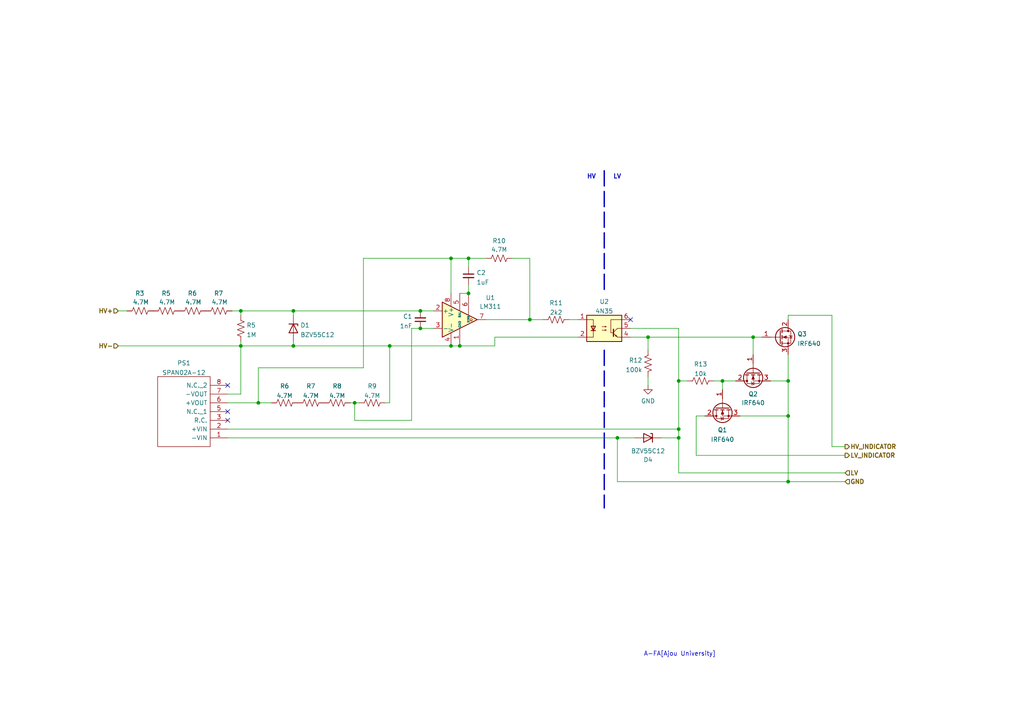
<source format=kicad_sch>
(kicad_sch (version 20211123) (generator eeschema)

  (uuid 9c0a216e-b7b7-4b4c-8538-f0ecdba0a1ef)

  (paper "A4")

  (lib_symbols
    (symbol "Comparator:LM311" (pin_names (offset 0.127)) (in_bom yes) (on_board yes)
      (property "Reference" "U" (id 0) (at 3.81 6.35 0)
        (effects (font (size 1.27 1.27)) (justify left))
      )
      (property "Value" "LM311" (id 1) (at 3.81 3.81 0)
        (effects (font (size 1.27 1.27)) (justify left))
      )
      (property "Footprint" "" (id 2) (at 0 0 0)
        (effects (font (size 1.27 1.27)) hide)
      )
      (property "Datasheet" "https://www.st.com/resource/en/datasheet/lm311.pdf" (id 3) (at 0 0 0)
        (effects (font (size 1.27 1.27)) hide)
      )
      (property "ki_keywords" "cmp open collector" (id 4) (at 0 0 0)
        (effects (font (size 1.27 1.27)) hide)
      )
      (property "ki_description" "Voltage Comparator, DIP-8/SOIC-8" (id 5) (at 0 0 0)
        (effects (font (size 1.27 1.27)) hide)
      )
      (property "ki_fp_filters" "SOIC*3.9x4.9mm*P1.27mm* DIP*W7.62mm*" (id 6) (at 0 0 0)
        (effects (font (size 1.27 1.27)) hide)
      )
      (symbol "LM311_0_1"
        (polyline
          (pts
            (xy 5.08 0)
            (xy -5.08 5.08)
            (xy -5.08 -5.08)
            (xy 5.08 0)
          )
          (stroke (width 0.254) (type default) (color 0 0 0 0))
          (fill (type background))
        )
        (polyline
          (pts
            (xy 3.683 -0.381)
            (xy 3.302 -0.381)
            (xy 3.683 0)
            (xy 3.302 0.381)
            (xy 2.921 0)
            (xy 3.302 -0.381)
            (xy 2.921 -0.381)
          )
          (stroke (width 0.127) (type default) (color 0 0 0 0))
          (fill (type none))
        )
      )
      (symbol "LM311_1_1"
        (pin passive line (at 0 -7.62 90) (length 5.08)
          (name "GND" (effects (font (size 0.635 0.635))))
          (number "1" (effects (font (size 1.27 1.27))))
        )
        (pin input line (at -7.62 2.54 0) (length 2.54)
          (name "+" (effects (font (size 1.27 1.27))))
          (number "2" (effects (font (size 1.27 1.27))))
        )
        (pin input line (at -7.62 -2.54 0) (length 2.54)
          (name "-" (effects (font (size 1.27 1.27))))
          (number "3" (effects (font (size 1.27 1.27))))
        )
        (pin power_in line (at -2.54 -7.62 90) (length 3.81)
          (name "V-" (effects (font (size 1.27 1.27))))
          (number "4" (effects (font (size 1.27 1.27))))
        )
        (pin input line (at 0 7.62 270) (length 5.08)
          (name "BAL" (effects (font (size 0.635 0.635))))
          (number "5" (effects (font (size 1.27 1.27))))
        )
        (pin input line (at 2.54 7.62 270) (length 6.35)
          (name "STRB" (effects (font (size 0.508 0.508))))
          (number "6" (effects (font (size 1.27 1.27))))
        )
        (pin open_collector line (at 7.62 0 180) (length 2.54)
          (name "~" (effects (font (size 1.27 1.27))))
          (number "7" (effects (font (size 1.27 1.27))))
        )
        (pin power_in line (at -2.54 7.62 270) (length 3.81)
          (name "V+" (effects (font (size 1.27 1.27))))
          (number "8" (effects (font (size 1.27 1.27))))
        )
      )
    )
    (symbol "Device:C_Small" (pin_numbers hide) (pin_names (offset 0.254) hide) (in_bom yes) (on_board yes)
      (property "Reference" "C" (id 0) (at 0.254 1.778 0)
        (effects (font (size 1.27 1.27)) (justify left))
      )
      (property "Value" "C_Small" (id 1) (at 0.254 -2.032 0)
        (effects (font (size 1.27 1.27)) (justify left))
      )
      (property "Footprint" "" (id 2) (at 0 0 0)
        (effects (font (size 1.27 1.27)) hide)
      )
      (property "Datasheet" "~" (id 3) (at 0 0 0)
        (effects (font (size 1.27 1.27)) hide)
      )
      (property "ki_keywords" "capacitor cap" (id 4) (at 0 0 0)
        (effects (font (size 1.27 1.27)) hide)
      )
      (property "ki_description" "Unpolarized capacitor, small symbol" (id 5) (at 0 0 0)
        (effects (font (size 1.27 1.27)) hide)
      )
      (property "ki_fp_filters" "C_*" (id 6) (at 0 0 0)
        (effects (font (size 1.27 1.27)) hide)
      )
      (symbol "C_Small_0_1"
        (polyline
          (pts
            (xy -1.524 -0.508)
            (xy 1.524 -0.508)
          )
          (stroke (width 0.3302) (type default) (color 0 0 0 0))
          (fill (type none))
        )
        (polyline
          (pts
            (xy -1.524 0.508)
            (xy 1.524 0.508)
          )
          (stroke (width 0.3048) (type default) (color 0 0 0 0))
          (fill (type none))
        )
      )
      (symbol "C_Small_1_1"
        (pin passive line (at 0 2.54 270) (length 2.032)
          (name "~" (effects (font (size 1.27 1.27))))
          (number "1" (effects (font (size 1.27 1.27))))
        )
        (pin passive line (at 0 -2.54 90) (length 2.032)
          (name "~" (effects (font (size 1.27 1.27))))
          (number "2" (effects (font (size 1.27 1.27))))
        )
      )
    )
    (symbol "Device:Q_NMOS_GDS" (pin_names (offset 0) hide) (in_bom yes) (on_board yes)
      (property "Reference" "Q" (id 0) (at 5.08 1.27 0)
        (effects (font (size 1.27 1.27)) (justify left))
      )
      (property "Value" "Q_NMOS_GDS" (id 1) (at 5.08 -1.27 0)
        (effects (font (size 1.27 1.27)) (justify left))
      )
      (property "Footprint" "" (id 2) (at 5.08 2.54 0)
        (effects (font (size 1.27 1.27)) hide)
      )
      (property "Datasheet" "~" (id 3) (at 0 0 0)
        (effects (font (size 1.27 1.27)) hide)
      )
      (property "ki_keywords" "transistor NMOS N-MOS N-MOSFET" (id 4) (at 0 0 0)
        (effects (font (size 1.27 1.27)) hide)
      )
      (property "ki_description" "N-MOSFET transistor, gate/drain/source" (id 5) (at 0 0 0)
        (effects (font (size 1.27 1.27)) hide)
      )
      (symbol "Q_NMOS_GDS_0_1"
        (polyline
          (pts
            (xy 0.254 0)
            (xy -2.54 0)
          )
          (stroke (width 0) (type default) (color 0 0 0 0))
          (fill (type none))
        )
        (polyline
          (pts
            (xy 0.254 1.905)
            (xy 0.254 -1.905)
          )
          (stroke (width 0.254) (type default) (color 0 0 0 0))
          (fill (type none))
        )
        (polyline
          (pts
            (xy 0.762 -1.27)
            (xy 0.762 -2.286)
          )
          (stroke (width 0.254) (type default) (color 0 0 0 0))
          (fill (type none))
        )
        (polyline
          (pts
            (xy 0.762 0.508)
            (xy 0.762 -0.508)
          )
          (stroke (width 0.254) (type default) (color 0 0 0 0))
          (fill (type none))
        )
        (polyline
          (pts
            (xy 0.762 2.286)
            (xy 0.762 1.27)
          )
          (stroke (width 0.254) (type default) (color 0 0 0 0))
          (fill (type none))
        )
        (polyline
          (pts
            (xy 2.54 2.54)
            (xy 2.54 1.778)
          )
          (stroke (width 0) (type default) (color 0 0 0 0))
          (fill (type none))
        )
        (polyline
          (pts
            (xy 2.54 -2.54)
            (xy 2.54 0)
            (xy 0.762 0)
          )
          (stroke (width 0) (type default) (color 0 0 0 0))
          (fill (type none))
        )
        (polyline
          (pts
            (xy 0.762 -1.778)
            (xy 3.302 -1.778)
            (xy 3.302 1.778)
            (xy 0.762 1.778)
          )
          (stroke (width 0) (type default) (color 0 0 0 0))
          (fill (type none))
        )
        (polyline
          (pts
            (xy 1.016 0)
            (xy 2.032 0.381)
            (xy 2.032 -0.381)
            (xy 1.016 0)
          )
          (stroke (width 0) (type default) (color 0 0 0 0))
          (fill (type outline))
        )
        (polyline
          (pts
            (xy 2.794 0.508)
            (xy 2.921 0.381)
            (xy 3.683 0.381)
            (xy 3.81 0.254)
          )
          (stroke (width 0) (type default) (color 0 0 0 0))
          (fill (type none))
        )
        (polyline
          (pts
            (xy 3.302 0.381)
            (xy 2.921 -0.254)
            (xy 3.683 -0.254)
            (xy 3.302 0.381)
          )
          (stroke (width 0) (type default) (color 0 0 0 0))
          (fill (type none))
        )
        (circle (center 1.651 0) (radius 2.794)
          (stroke (width 0.254) (type default) (color 0 0 0 0))
          (fill (type none))
        )
        (circle (center 2.54 -1.778) (radius 0.254)
          (stroke (width 0) (type default) (color 0 0 0 0))
          (fill (type outline))
        )
        (circle (center 2.54 1.778) (radius 0.254)
          (stroke (width 0) (type default) (color 0 0 0 0))
          (fill (type outline))
        )
      )
      (symbol "Q_NMOS_GDS_1_1"
        (pin input line (at -5.08 0 0) (length 2.54)
          (name "G" (effects (font (size 1.27 1.27))))
          (number "1" (effects (font (size 1.27 1.27))))
        )
        (pin passive line (at 2.54 5.08 270) (length 2.54)
          (name "D" (effects (font (size 1.27 1.27))))
          (number "2" (effects (font (size 1.27 1.27))))
        )
        (pin passive line (at 2.54 -5.08 90) (length 2.54)
          (name "S" (effects (font (size 1.27 1.27))))
          (number "3" (effects (font (size 1.27 1.27))))
        )
      )
    )
    (symbol "Device:R_US" (pin_numbers hide) (pin_names (offset 0)) (in_bom yes) (on_board yes)
      (property "Reference" "R" (id 0) (at 2.54 0 90)
        (effects (font (size 1.27 1.27)))
      )
      (property "Value" "R_US" (id 1) (at -2.54 0 90)
        (effects (font (size 1.27 1.27)))
      )
      (property "Footprint" "" (id 2) (at 1.016 -0.254 90)
        (effects (font (size 1.27 1.27)) hide)
      )
      (property "Datasheet" "~" (id 3) (at 0 0 0)
        (effects (font (size 1.27 1.27)) hide)
      )
      (property "ki_keywords" "R res resistor" (id 4) (at 0 0 0)
        (effects (font (size 1.27 1.27)) hide)
      )
      (property "ki_description" "Resistor, US symbol" (id 5) (at 0 0 0)
        (effects (font (size 1.27 1.27)) hide)
      )
      (property "ki_fp_filters" "R_*" (id 6) (at 0 0 0)
        (effects (font (size 1.27 1.27)) hide)
      )
      (symbol "R_US_0_1"
        (polyline
          (pts
            (xy 0 -2.286)
            (xy 0 -2.54)
          )
          (stroke (width 0) (type default) (color 0 0 0 0))
          (fill (type none))
        )
        (polyline
          (pts
            (xy 0 2.286)
            (xy 0 2.54)
          )
          (stroke (width 0) (type default) (color 0 0 0 0))
          (fill (type none))
        )
        (polyline
          (pts
            (xy 0 -0.762)
            (xy 1.016 -1.143)
            (xy 0 -1.524)
            (xy -1.016 -1.905)
            (xy 0 -2.286)
          )
          (stroke (width 0) (type default) (color 0 0 0 0))
          (fill (type none))
        )
        (polyline
          (pts
            (xy 0 0.762)
            (xy 1.016 0.381)
            (xy 0 0)
            (xy -1.016 -0.381)
            (xy 0 -0.762)
          )
          (stroke (width 0) (type default) (color 0 0 0 0))
          (fill (type none))
        )
        (polyline
          (pts
            (xy 0 2.286)
            (xy 1.016 1.905)
            (xy 0 1.524)
            (xy -1.016 1.143)
            (xy 0 0.762)
          )
          (stroke (width 0) (type default) (color 0 0 0 0))
          (fill (type none))
        )
      )
      (symbol "R_US_1_1"
        (pin passive line (at 0 3.81 270) (length 1.27)
          (name "~" (effects (font (size 1.27 1.27))))
          (number "1" (effects (font (size 1.27 1.27))))
        )
        (pin passive line (at 0 -3.81 90) (length 1.27)
          (name "~" (effects (font (size 1.27 1.27))))
          (number "2" (effects (font (size 1.27 1.27))))
        )
      )
    )
    (symbol "Diode:BZV55C12" (pin_numbers hide) (pin_names (offset 1.016) hide) (in_bom yes) (on_board yes)
      (property "Reference" "D" (id 0) (at 0 2.54 0)
        (effects (font (size 1.27 1.27)))
      )
      (property "Value" "BZV55C12" (id 1) (at 0 -2.54 0)
        (effects (font (size 1.27 1.27)))
      )
      (property "Footprint" "Diode_SMD:D_MiniMELF" (id 2) (at 0 -4.445 0)
        (effects (font (size 1.27 1.27)) hide)
      )
      (property "Datasheet" "https://assets.nexperia.com/documents/data-sheet/BZV55_SER.pdf" (id 3) (at 0 0 0)
        (effects (font (size 1.27 1.27)) hide)
      )
      (property "ki_keywords" "zener diode" (id 4) (at 0 0 0)
        (effects (font (size 1.27 1.27)) hide)
      )
      (property "ki_description" "12V, 500mW, 5%, Zener diode, MiniMELF" (id 5) (at 0 0 0)
        (effects (font (size 1.27 1.27)) hide)
      )
      (property "ki_fp_filters" "D*MiniMELF*" (id 6) (at 0 0 0)
        (effects (font (size 1.27 1.27)) hide)
      )
      (symbol "BZV55C12_0_1"
        (polyline
          (pts
            (xy 1.27 0)
            (xy -1.27 0)
          )
          (stroke (width 0) (type default) (color 0 0 0 0))
          (fill (type none))
        )
        (polyline
          (pts
            (xy -1.27 -1.27)
            (xy -1.27 1.27)
            (xy -0.762 1.27)
          )
          (stroke (width 0.254) (type default) (color 0 0 0 0))
          (fill (type none))
        )
        (polyline
          (pts
            (xy 1.27 -1.27)
            (xy 1.27 1.27)
            (xy -1.27 0)
            (xy 1.27 -1.27)
          )
          (stroke (width 0.254) (type default) (color 0 0 0 0))
          (fill (type none))
        )
      )
      (symbol "BZV55C12_1_1"
        (pin passive line (at -3.81 0 0) (length 2.54)
          (name "K" (effects (font (size 1.27 1.27))))
          (number "1" (effects (font (size 1.27 1.27))))
        )
        (pin passive line (at 3.81 0 180) (length 2.54)
          (name "A" (effects (font (size 1.27 1.27))))
          (number "2" (effects (font (size 1.27 1.27))))
        )
      )
    )
    (symbol "Isolator:4N35" (pin_names (offset 1.016)) (in_bom yes) (on_board yes)
      (property "Reference" "U" (id 0) (at -5.08 5.08 0)
        (effects (font (size 1.27 1.27)) (justify left))
      )
      (property "Value" "4N35" (id 1) (at 0 5.08 0)
        (effects (font (size 1.27 1.27)) (justify left))
      )
      (property "Footprint" "Package_DIP:DIP-6_W7.62mm" (id 2) (at -5.08 -5.08 0)
        (effects (font (size 1.27 1.27) italic) (justify left) hide)
      )
      (property "Datasheet" "https://www.vishay.com/docs/81181/4n35.pdf" (id 3) (at 0 0 0)
        (effects (font (size 1.27 1.27)) (justify left) hide)
      )
      (property "ki_keywords" "NPN DC Optocoupler Base Connected" (id 4) (at 0 0 0)
        (effects (font (size 1.27 1.27)) hide)
      )
      (property "ki_description" "Optocoupler, Phototransistor Output, with Base Connection, Vce 70V, CTR 100%, Viso 5000V, DIP6" (id 5) (at 0 0 0)
        (effects (font (size 1.27 1.27)) hide)
      )
      (property "ki_fp_filters" "DIP*W7.62mm*" (id 6) (at 0 0 0)
        (effects (font (size 1.27 1.27)) hide)
      )
      (symbol "4N35_0_1"
        (rectangle (start -5.08 3.81) (end 5.08 -3.81)
          (stroke (width 0.254) (type default) (color 0 0 0 0))
          (fill (type background))
        )
        (polyline
          (pts
            (xy -3.81 -0.635)
            (xy -2.54 -0.635)
          )
          (stroke (width 0.254) (type default) (color 0 0 0 0))
          (fill (type none))
        )
        (polyline
          (pts
            (xy 2.667 -1.397)
            (xy 3.81 -2.54)
          )
          (stroke (width 0) (type default) (color 0 0 0 0))
          (fill (type none))
        )
        (polyline
          (pts
            (xy 2.667 -1.143)
            (xy 3.81 0)
          )
          (stroke (width 0) (type default) (color 0 0 0 0))
          (fill (type none))
        )
        (polyline
          (pts
            (xy 3.81 -2.54)
            (xy 5.08 -2.54)
          )
          (stroke (width 0) (type default) (color 0 0 0 0))
          (fill (type none))
        )
        (polyline
          (pts
            (xy 3.81 0)
            (xy 5.08 0)
          )
          (stroke (width 0) (type default) (color 0 0 0 0))
          (fill (type none))
        )
        (polyline
          (pts
            (xy 2.667 -0.254)
            (xy 2.667 -2.286)
            (xy 2.667 -2.286)
          )
          (stroke (width 0.3556) (type default) (color 0 0 0 0))
          (fill (type none))
        )
        (polyline
          (pts
            (xy -5.08 -2.54)
            (xy -3.175 -2.54)
            (xy -3.175 2.54)
            (xy -5.08 2.54)
          )
          (stroke (width 0) (type default) (color 0 0 0 0))
          (fill (type none))
        )
        (polyline
          (pts
            (xy -3.175 -0.635)
            (xy -3.81 0.635)
            (xy -2.54 0.635)
            (xy -3.175 -0.635)
          )
          (stroke (width 0.254) (type default) (color 0 0 0 0))
          (fill (type none))
        )
        (polyline
          (pts
            (xy 3.683 -2.413)
            (xy 3.429 -1.905)
            (xy 3.175 -2.159)
            (xy 3.683 -2.413)
          )
          (stroke (width 0) (type default) (color 0 0 0 0))
          (fill (type none))
        )
        (polyline
          (pts
            (xy 5.08 2.54)
            (xy 1.905 2.54)
            (xy 1.905 -1.27)
            (xy 2.54 -1.27)
          )
          (stroke (width 0) (type default) (color 0 0 0 0))
          (fill (type none))
        )
        (polyline
          (pts
            (xy -0.635 -0.508)
            (xy 0.635 -0.508)
            (xy 0.254 -0.635)
            (xy 0.254 -0.381)
            (xy 0.635 -0.508)
          )
          (stroke (width 0) (type default) (color 0 0 0 0))
          (fill (type none))
        )
        (polyline
          (pts
            (xy -0.635 0.508)
            (xy 0.635 0.508)
            (xy 0.254 0.381)
            (xy 0.254 0.635)
            (xy 0.635 0.508)
          )
          (stroke (width 0) (type default) (color 0 0 0 0))
          (fill (type none))
        )
      )
      (symbol "4N35_1_1"
        (pin passive line (at -7.62 2.54 0) (length 2.54)
          (name "~" (effects (font (size 1.27 1.27))))
          (number "1" (effects (font (size 1.27 1.27))))
        )
        (pin passive line (at -7.62 -2.54 0) (length 2.54)
          (name "~" (effects (font (size 1.27 1.27))))
          (number "2" (effects (font (size 1.27 1.27))))
        )
        (pin no_connect line (at -5.08 0 0) (length 2.54) hide
          (name "NC" (effects (font (size 1.27 1.27))))
          (number "3" (effects (font (size 1.27 1.27))))
        )
        (pin passive line (at 7.62 -2.54 180) (length 2.54)
          (name "~" (effects (font (size 1.27 1.27))))
          (number "4" (effects (font (size 1.27 1.27))))
        )
        (pin passive line (at 7.62 0 180) (length 2.54)
          (name "~" (effects (font (size 1.27 1.27))))
          (number "5" (effects (font (size 1.27 1.27))))
        )
        (pin passive line (at 7.62 2.54 180) (length 2.54)
          (name "~" (effects (font (size 1.27 1.27))))
          (number "6" (effects (font (size 1.27 1.27))))
        )
      )
    )
    (symbol "SPAN02A-12:SPAN02A-12" (pin_names (offset 0.762)) (in_bom yes) (on_board yes)
      (property "Reference" "PS" (id 0) (at 21.59 7.62 0)
        (effects (font (size 1.27 1.27)) (justify left))
      )
      (property "Value" "SPAN02A-12" (id 1) (at 21.59 5.08 0)
        (effects (font (size 1.27 1.27)) (justify left))
      )
      (property "Footprint" "SPAN02A12" (id 2) (at 21.59 2.54 0)
        (effects (font (size 1.27 1.27)) (justify left) hide)
      )
      (property "Datasheet" "https://datasheet.datasheetarchive.com/originals/distributors/DKDS-2/37032.pdf" (id 3) (at 21.59 0 0)
        (effects (font (size 1.27 1.27)) (justify left) hide)
      )
      (property "Description" "Isolated DC/DC Converters 9-18Vin 12Vout 167mA SIP8 Reg Iso" (id 4) (at 21.59 -2.54 0)
        (effects (font (size 1.27 1.27)) (justify left) hide)
      )
      (property "Height" "11.6" (id 5) (at 21.59 -5.08 0)
        (effects (font (size 1.27 1.27)) (justify left) hide)
      )
      (property "Manufacturer_Name" "Mean Well" (id 6) (at 21.59 -7.62 0)
        (effects (font (size 1.27 1.27)) (justify left) hide)
      )
      (property "Manufacturer_Part_Number" "SPAN02A-12" (id 7) (at 21.59 -10.16 0)
        (effects (font (size 1.27 1.27)) (justify left) hide)
      )
      (property "Mouser Part Number" "709-SPAN02A-12" (id 8) (at 21.59 -12.7 0)
        (effects (font (size 1.27 1.27)) (justify left) hide)
      )
      (property "Mouser Price/Stock" "https://www.mouser.co.uk/ProductDetail/MEAN-WELL/SPAN02A-12?qs=5aG0NVq1C4wxQqKsG84AkQ%3D%3D" (id 9) (at 21.59 -15.24 0)
        (effects (font (size 1.27 1.27)) (justify left) hide)
      )
      (property "Arrow Part Number" "SPAN02A-12" (id 10) (at 21.59 -17.78 0)
        (effects (font (size 1.27 1.27)) (justify left) hide)
      )
      (property "Arrow Price/Stock" "https://www.arrow.com/en/products/span02a-12/mean-well-enterprises?region=nac" (id 11) (at 21.59 -20.32 0)
        (effects (font (size 1.27 1.27)) (justify left) hide)
      )
      (symbol "SPAN02A-12_0_0"
        (pin passive line (at 0 0 0) (length 5.08)
          (name "-VIN" (effects (font (size 1.27 1.27))))
          (number "1" (effects (font (size 1.27 1.27))))
        )
        (pin passive line (at 0 -2.54 0) (length 5.08)
          (name "+VIN" (effects (font (size 1.27 1.27))))
          (number "2" (effects (font (size 1.27 1.27))))
        )
        (pin passive line (at 0 -5.08 0) (length 5.08)
          (name "R.C." (effects (font (size 1.27 1.27))))
          (number "3" (effects (font (size 1.27 1.27))))
        )
        (pin passive line (at 0 -7.62 0) (length 5.08)
          (name "N.C._1" (effects (font (size 1.27 1.27))))
          (number "5" (effects (font (size 1.27 1.27))))
        )
        (pin passive line (at 0 -10.16 0) (length 5.08)
          (name "+VOUT" (effects (font (size 1.27 1.27))))
          (number "6" (effects (font (size 1.27 1.27))))
        )
        (pin passive line (at 0 -12.7 0) (length 5.08)
          (name "-VOUT" (effects (font (size 1.27 1.27))))
          (number "7" (effects (font (size 1.27 1.27))))
        )
        (pin passive line (at 0 -15.24 0) (length 5.08)
          (name "N.C._2" (effects (font (size 1.27 1.27))))
          (number "8" (effects (font (size 1.27 1.27))))
        )
      )
      (symbol "SPAN02A-12_0_1"
        (polyline
          (pts
            (xy 5.08 2.54)
            (xy 20.32 2.54)
            (xy 20.32 -17.78)
            (xy 5.08 -17.78)
            (xy 5.08 2.54)
          )
          (stroke (width 0.1524) (type default) (color 0 0 0 0))
          (fill (type none))
        )
      )
    )
    (symbol "power:GND" (power) (pin_names (offset 0)) (in_bom yes) (on_board yes)
      (property "Reference" "#PWR" (id 0) (at 0 -6.35 0)
        (effects (font (size 1.27 1.27)) hide)
      )
      (property "Value" "GND" (id 1) (at 0 -3.81 0)
        (effects (font (size 1.27 1.27)))
      )
      (property "Footprint" "" (id 2) (at 0 0 0)
        (effects (font (size 1.27 1.27)) hide)
      )
      (property "Datasheet" "" (id 3) (at 0 0 0)
        (effects (font (size 1.27 1.27)) hide)
      )
      (property "ki_keywords" "power-flag" (id 4) (at 0 0 0)
        (effects (font (size 1.27 1.27)) hide)
      )
      (property "ki_description" "Power symbol creates a global label with name \"GND\" , ground" (id 5) (at 0 0 0)
        (effects (font (size 1.27 1.27)) hide)
      )
      (symbol "GND_0_1"
        (polyline
          (pts
            (xy 0 0)
            (xy 0 -1.27)
            (xy 1.27 -1.27)
            (xy 0 -2.54)
            (xy -1.27 -1.27)
            (xy 0 -1.27)
          )
          (stroke (width 0) (type default) (color 0 0 0 0))
          (fill (type none))
        )
      )
      (symbol "GND_1_1"
        (pin power_in line (at 0 0 270) (length 0) hide
          (name "GND" (effects (font (size 1.27 1.27))))
          (number "1" (effects (font (size 1.27 1.27))))
        )
      )
    )
  )

  (junction (at 187.96 97.79) (diameter 0) (color 0 0 0 0)
    (uuid 0cca64ea-7764-4420-8ade-3f49b05eed60)
  )
  (junction (at 130.81 100.33) (diameter 0) (color 0 0 0 0)
    (uuid 19144c98-9dfb-4552-9f88-d3438a55707c)
  )
  (junction (at 228.6 139.7) (diameter 0) (color 0 0 0 0)
    (uuid 20898a3f-29cb-430e-9700-e4b5f781ac3e)
  )
  (junction (at 135.89 74.93) (diameter 0) (color 0 0 0 0)
    (uuid 26c3ae93-9cfd-4484-9eb6-40de3873e59d)
  )
  (junction (at 228.6 120.65) (diameter 0) (color 0 0 0 0)
    (uuid 2de0a23d-c7ed-452f-a24c-9d497d9f8de6)
  )
  (junction (at 196.85 110.49) (diameter 0) (color 0 0 0 0)
    (uuid 368c3d13-8507-468b-b28b-495e0f755452)
  )
  (junction (at 113.03 100.33) (diameter 0) (color 0 0 0 0)
    (uuid 3fae15be-1f21-4166-adfc-d5496dabe225)
  )
  (junction (at 85.09 90.17) (diameter 0) (color 0 0 0 0)
    (uuid 4ec283ab-5e0c-4129-81cc-50ed99cce79e)
  )
  (junction (at 121.92 90.17) (diameter 0) (color 0 0 0 0)
    (uuid 56088f9a-d12e-408d-ba8c-6e645d1a4de6)
  )
  (junction (at 130.81 74.93) (diameter 0) (color 0 0 0 0)
    (uuid 5ae59d2b-d856-4c42-8c5c-d2b1265f40a7)
  )
  (junction (at 196.85 127) (diameter 0) (color 0 0 0 0)
    (uuid 5c03fe51-35d6-42b8-8b2e-df7bed8ae0ce)
  )
  (junction (at 209.55 110.49) (diameter 0) (color 0 0 0 0)
    (uuid 61d25c3d-5141-464c-8a8d-9a365a333261)
  )
  (junction (at 102.87 116.84) (diameter 0) (color 0 0 0 0)
    (uuid 777ecd89-db51-4251-91fd-2d47ef19abcc)
  )
  (junction (at 85.09 100.33) (diameter 0) (color 0 0 0 0)
    (uuid 80230466-ebad-4af2-88ce-5f8c836b78ef)
  )
  (junction (at 153.67 92.71) (diameter 0) (color 0 0 0 0)
    (uuid 85111f49-b8d0-4474-84c5-90f922251963)
  )
  (junction (at 69.85 90.17) (diameter 0) (color 0 0 0 0)
    (uuid 89ae0485-a0d0-43a8-9644-4592688833d1)
  )
  (junction (at 69.85 100.33) (diameter 0) (color 0 0 0 0)
    (uuid 9b57f2d9-5ddb-44b3-967f-19c7fcaf1566)
  )
  (junction (at 196.85 124.46) (diameter 0) (color 0 0 0 0)
    (uuid b5507a56-da67-4884-829f-e7b2be67bbb7)
  )
  (junction (at 228.6 110.49) (diameter 0) (color 0 0 0 0)
    (uuid bb18ad61-61a2-4ce2-92c2-882e95daaed4)
  )
  (junction (at 218.44 97.79) (diameter 0) (color 0 0 0 0)
    (uuid c91caed6-201f-47cc-bcf8-f0835f590e0c)
  )
  (junction (at 179.07 127) (diameter 0) (color 0 0 0 0)
    (uuid c9a17612-9ca6-477f-992d-1e23f3ee69ce)
  )
  (junction (at 135.89 85.09) (diameter 0) (color 0 0 0 0)
    (uuid ca3a381b-9bf2-49b2-9d63-9fd2f74d0145)
  )
  (junction (at 133.35 100.33) (diameter 0) (color 0 0 0 0)
    (uuid d456db9b-e565-42bb-bf06-282a640277bc)
  )
  (junction (at 121.92 95.25) (diameter 0) (color 0 0 0 0)
    (uuid d64bcf76-080a-4a12-913b-ba692c44ed8b)
  )
  (junction (at 74.93 116.84) (diameter 0) (color 0 0 0 0)
    (uuid fc192673-fcba-420a-8ec0-b3648eea840d)
  )

  (no_connect (at 66.04 111.76) (uuid 05f1961a-8c43-4143-afa4-d33c40a2ec2f))
  (no_connect (at 66.04 119.38) (uuid 05f1961a-8c43-4143-afa4-d33c40a2ec30))
  (no_connect (at 182.88 92.71) (uuid 1276d6b4-b84b-4002-8f66-d134e936a593))
  (no_connect (at 66.04 121.92) (uuid a4815182-539f-4524-9c11-044ebc042156))

  (wire (pts (xy 143.51 97.79) (xy 143.51 100.33))
    (stroke (width 0) (type default) (color 0 0 0 0))
    (uuid 063b5975-b4d7-4118-a36d-79feaa507d68)
  )
  (wire (pts (xy 119.38 95.25) (xy 121.92 95.25))
    (stroke (width 0) (type default) (color 0 0 0 0))
    (uuid 09b086d7-19a1-4cc0-91ab-008742117d9a)
  )
  (wire (pts (xy 207.01 110.49) (xy 209.55 110.49))
    (stroke (width 0) (type default) (color 0 0 0 0))
    (uuid 0a616698-b988-4364-a930-2951e9bf3a22)
  )
  (wire (pts (xy 187.96 109.22) (xy 187.96 111.76))
    (stroke (width 0) (type default) (color 0 0 0 0))
    (uuid 0e1d56fe-7f12-431c-8b24-399f588cb500)
  )
  (wire (pts (xy 121.92 90.17) (xy 125.73 90.17))
    (stroke (width 0) (type default) (color 0 0 0 0))
    (uuid 0f27dfbb-4c20-43d5-b82b-5e21d6dc3119)
  )
  (wire (pts (xy 135.89 77.47) (xy 135.89 74.93))
    (stroke (width 0) (type default) (color 0 0 0 0))
    (uuid 10d0892b-00eb-4e42-8f6f-32e5eb66781d)
  )
  (wire (pts (xy 196.85 95.25) (xy 196.85 110.49))
    (stroke (width 0) (type default) (color 0 0 0 0))
    (uuid 11f31687-525f-4638-8089-711a445ca2ee)
  )
  (wire (pts (xy 119.38 121.92) (xy 119.38 95.25))
    (stroke (width 0) (type default) (color 0 0 0 0))
    (uuid 14997e64-163a-4cb2-83d0-c644fa840d8b)
  )
  (wire (pts (xy 228.6 139.7) (xy 245.11 139.7))
    (stroke (width 0) (type default) (color 0 0 0 0))
    (uuid 1592c9e3-f214-4725-a946-8a661845a2cf)
  )
  (wire (pts (xy 140.97 92.71) (xy 153.67 92.71))
    (stroke (width 0) (type default) (color 0 0 0 0))
    (uuid 193c148c-b4f8-4b36-9ac8-ff358fc86769)
  )
  (polyline (pts (xy 175.26 49.53) (xy 175.26 85.09))
    (stroke (width 0.4) (type default) (color 0 0 0 0))
    (uuid 1e4fd948-cf44-4def-a981-7442bcf5adbc)
  )

  (wire (pts (xy 228.6 91.44) (xy 241.3 91.44))
    (stroke (width 0) (type default) (color 0 0 0 0))
    (uuid 21fda5b6-05fa-442c-88b9-72fefe648b93)
  )
  (wire (pts (xy 111.76 116.84) (xy 113.03 116.84))
    (stroke (width 0) (type default) (color 0 0 0 0))
    (uuid 2353b746-d7fa-4869-b208-97f2c15ace6a)
  )
  (wire (pts (xy 69.85 90.17) (xy 85.09 90.17))
    (stroke (width 0) (type default) (color 0 0 0 0))
    (uuid 235e815c-607c-4fd9-bfcb-aec6aed1e77f)
  )
  (wire (pts (xy 34.29 90.17) (xy 36.83 90.17))
    (stroke (width 0) (type default) (color 0 0 0 0))
    (uuid 2712dc10-3fd3-4761-abf0-fb83b3bb647f)
  )
  (wire (pts (xy 214.63 120.65) (xy 228.6 120.65))
    (stroke (width 0) (type default) (color 0 0 0 0))
    (uuid 2a594ebf-0348-4cd2-9d7b-548cb14c9156)
  )
  (wire (pts (xy 74.93 116.84) (xy 78.74 116.84))
    (stroke (width 0) (type default) (color 0 0 0 0))
    (uuid 2abb098b-a6d2-44f7-8355-b308dd1af8d5)
  )
  (wire (pts (xy 66.04 124.46) (xy 196.85 124.46))
    (stroke (width 0) (type default) (color 0 0 0 0))
    (uuid 2af02a52-771f-4602-aa37-71b03d1c404f)
  )
  (wire (pts (xy 148.59 74.93) (xy 153.67 74.93))
    (stroke (width 0) (type default) (color 0 0 0 0))
    (uuid 2bf282dc-e768-4b6c-a936-d3bc59293f1a)
  )
  (wire (pts (xy 121.92 95.25) (xy 125.73 95.25))
    (stroke (width 0) (type default) (color 0 0 0 0))
    (uuid 2c5ee779-52e3-4332-9603-cd7a62437b57)
  )
  (wire (pts (xy 241.3 129.54) (xy 245.11 129.54))
    (stroke (width 0) (type default) (color 0 0 0 0))
    (uuid 3157d3f9-ed33-4117-b758-65b7f22f1a5c)
  )
  (wire (pts (xy 241.3 91.44) (xy 241.3 129.54))
    (stroke (width 0) (type default) (color 0 0 0 0))
    (uuid 320c645e-5349-4e0b-9f6f-acc288d0cb06)
  )
  (wire (pts (xy 187.96 97.79) (xy 218.44 97.79))
    (stroke (width 0) (type default) (color 0 0 0 0))
    (uuid 35863122-c94c-41a1-b588-406eee17e13d)
  )
  (wire (pts (xy 228.6 110.49) (xy 228.6 120.65))
    (stroke (width 0) (type default) (color 0 0 0 0))
    (uuid 38cf90d0-6a4d-40ca-859a-7abf55a9f622)
  )
  (wire (pts (xy 130.81 74.93) (xy 130.81 85.09))
    (stroke (width 0) (type default) (color 0 0 0 0))
    (uuid 3c7d7dd7-0316-48ba-8f76-500194970c28)
  )
  (wire (pts (xy 196.85 110.49) (xy 199.39 110.49))
    (stroke (width 0) (type default) (color 0 0 0 0))
    (uuid 41fd98e5-d40b-49da-ab92-1658228b0963)
  )
  (wire (pts (xy 74.93 106.68) (xy 105.41 106.68))
    (stroke (width 0) (type default) (color 0 0 0 0))
    (uuid 4496d7d7-765c-4ea0-8f23-33cfa2700b3f)
  )
  (wire (pts (xy 135.89 82.55) (xy 135.89 85.09))
    (stroke (width 0) (type default) (color 0 0 0 0))
    (uuid 49c23317-e1a3-4a6a-8c46-e996cc6aa8b2)
  )
  (wire (pts (xy 85.09 100.33) (xy 113.03 100.33))
    (stroke (width 0) (type default) (color 0 0 0 0))
    (uuid 49c8d840-80c2-427d-b8ee-e287ece677fc)
  )
  (wire (pts (xy 209.55 110.49) (xy 213.36 110.49))
    (stroke (width 0) (type default) (color 0 0 0 0))
    (uuid 4cadfef8-6f79-431f-af6c-076e774c8b10)
  )
  (wire (pts (xy 182.88 97.79) (xy 187.96 97.79))
    (stroke (width 0) (type default) (color 0 0 0 0))
    (uuid 50f1bc02-f0c3-4ccb-9836-be593fe3d77e)
  )
  (wire (pts (xy 113.03 100.33) (xy 130.81 100.33))
    (stroke (width 0) (type default) (color 0 0 0 0))
    (uuid 58bd84d8-2fc8-483c-96c8-9ce5ae8ae326)
  )
  (wire (pts (xy 85.09 99.06) (xy 85.09 100.33))
    (stroke (width 0) (type default) (color 0 0 0 0))
    (uuid 5b47965d-65ec-4209-9a47-57cb0da51e84)
  )
  (wire (pts (xy 196.85 127) (xy 196.85 137.16))
    (stroke (width 0) (type default) (color 0 0 0 0))
    (uuid 5c91ad03-78c4-44d4-85da-410b6b53f0d0)
  )
  (wire (pts (xy 196.85 137.16) (xy 245.11 137.16))
    (stroke (width 0) (type default) (color 0 0 0 0))
    (uuid 60fad2b6-288f-4ae9-b899-edfa92fbff77)
  )
  (wire (pts (xy 153.67 92.71) (xy 157.48 92.71))
    (stroke (width 0) (type default) (color 0 0 0 0))
    (uuid 61f0a1bf-4e2f-4976-ab86-cfd82cd8f85b)
  )
  (wire (pts (xy 165.1 92.71) (xy 167.64 92.71))
    (stroke (width 0) (type default) (color 0 0 0 0))
    (uuid 63c98e8a-7b94-4eec-b5d4-1c2cf1d74df2)
  )
  (wire (pts (xy 66.04 116.84) (xy 74.93 116.84))
    (stroke (width 0) (type default) (color 0 0 0 0))
    (uuid 65a1f0c3-9748-4ca0-a2eb-1fa126a3b1ae)
  )
  (wire (pts (xy 113.03 116.84) (xy 113.03 100.33))
    (stroke (width 0) (type default) (color 0 0 0 0))
    (uuid 66b5782b-9b03-4d88-90a8-f8f52caa010f)
  )
  (wire (pts (xy 102.87 121.92) (xy 119.38 121.92))
    (stroke (width 0) (type default) (color 0 0 0 0))
    (uuid 6bdcb7df-fe73-43db-81b1-fc97414d8328)
  )
  (wire (pts (xy 223.52 110.49) (xy 228.6 110.49))
    (stroke (width 0) (type default) (color 0 0 0 0))
    (uuid 6c48965b-ed2a-4af3-9542-388a1e9aa8c8)
  )
  (wire (pts (xy 85.09 90.17) (xy 121.92 90.17))
    (stroke (width 0) (type default) (color 0 0 0 0))
    (uuid 6f76ae66-775a-449c-9476-49cd005392e0)
  )
  (polyline (pts (xy 175.26 101.6) (xy 175.26 147.32))
    (stroke (width 0.4) (type dash) (color 0 0 0 0))
    (uuid 720b16cf-a1d4-47cb-994d-feeaf5ea6f79)
  )

  (wire (pts (xy 167.64 97.79) (xy 143.51 97.79))
    (stroke (width 0) (type default) (color 0 0 0 0))
    (uuid 7284a07d-0755-40e1-a6d3-98931eafa3ad)
  )
  (wire (pts (xy 191.77 127) (xy 196.85 127))
    (stroke (width 0) (type default) (color 0 0 0 0))
    (uuid 77bd9c4c-4376-4968-a4a4-7c2610c93489)
  )
  (wire (pts (xy 196.85 110.49) (xy 196.85 124.46))
    (stroke (width 0) (type default) (color 0 0 0 0))
    (uuid 796c89ad-8168-4432-8e45-8707485c293d)
  )
  (wire (pts (xy 135.89 74.93) (xy 140.97 74.93))
    (stroke (width 0) (type default) (color 0 0 0 0))
    (uuid 7e373f40-9454-4628-b6bb-6527766c3342)
  )
  (wire (pts (xy 143.51 100.33) (xy 133.35 100.33))
    (stroke (width 0) (type default) (color 0 0 0 0))
    (uuid 804e48ac-b351-4704-a0d9-e09caccaf3fc)
  )
  (wire (pts (xy 133.35 85.09) (xy 135.89 85.09))
    (stroke (width 0) (type default) (color 0 0 0 0))
    (uuid 8c59eb55-4e93-443b-a178-8d91dba59fee)
  )
  (wire (pts (xy 130.81 100.33) (xy 133.35 100.33))
    (stroke (width 0) (type default) (color 0 0 0 0))
    (uuid 8ce3ec4a-31be-4460-bf42-11326985e173)
  )
  (wire (pts (xy 34.29 100.33) (xy 69.85 100.33))
    (stroke (width 0) (type default) (color 0 0 0 0))
    (uuid 8cf01b32-c80b-4be6-8c10-25f86d33efc3)
  )
  (wire (pts (xy 182.88 95.25) (xy 196.85 95.25))
    (stroke (width 0) (type default) (color 0 0 0 0))
    (uuid 8e76bcf0-45a0-4703-a8ee-484c81725ca2)
  )
  (wire (pts (xy 69.85 100.33) (xy 85.09 100.33))
    (stroke (width 0) (type default) (color 0 0 0 0))
    (uuid 94f5a0ee-6b6f-4233-a519-88537460ed26)
  )
  (wire (pts (xy 228.6 92.71) (xy 228.6 91.44))
    (stroke (width 0) (type default) (color 0 0 0 0))
    (uuid 960271e5-d958-43b1-9fcc-ac335cdd389a)
  )
  (wire (pts (xy 66.04 114.3) (xy 69.85 114.3))
    (stroke (width 0) (type default) (color 0 0 0 0))
    (uuid 9b057acc-fbe3-4f92-8299-783da4c3a51c)
  )
  (wire (pts (xy 201.93 120.65) (xy 201.93 132.08))
    (stroke (width 0) (type default) (color 0 0 0 0))
    (uuid 9c249b71-a2d9-4c83-ad6c-f84520790f9e)
  )
  (wire (pts (xy 201.93 132.08) (xy 245.11 132.08))
    (stroke (width 0) (type default) (color 0 0 0 0))
    (uuid a427a0f1-0ef1-4398-bae6-51ba519b369d)
  )
  (wire (pts (xy 179.07 139.7) (xy 228.6 139.7))
    (stroke (width 0) (type default) (color 0 0 0 0))
    (uuid a758c25c-eee6-491a-9fde-38ce8dbeb010)
  )
  (wire (pts (xy 69.85 100.33) (xy 69.85 99.06))
    (stroke (width 0) (type default) (color 0 0 0 0))
    (uuid a87c8d02-5962-4b28-9533-a6237557ec24)
  )
  (wire (pts (xy 105.41 106.68) (xy 105.41 74.93))
    (stroke (width 0) (type default) (color 0 0 0 0))
    (uuid a8c0ae4d-a103-4ab1-9384-a7d0e8b7b17a)
  )
  (wire (pts (xy 228.6 120.65) (xy 228.6 139.7))
    (stroke (width 0) (type default) (color 0 0 0 0))
    (uuid accf65f6-0c78-458b-b8c1-5c77a9bcbb63)
  )
  (wire (pts (xy 67.31 90.17) (xy 69.85 90.17))
    (stroke (width 0) (type default) (color 0 0 0 0))
    (uuid b8fbebe1-324e-4028-9342-6a3fb7b67f97)
  )
  (wire (pts (xy 69.85 100.33) (xy 69.85 114.3))
    (stroke (width 0) (type default) (color 0 0 0 0))
    (uuid bd979a1b-85ea-4084-9a66-8e14fb907f0f)
  )
  (wire (pts (xy 102.87 116.84) (xy 102.87 121.92))
    (stroke (width 0) (type default) (color 0 0 0 0))
    (uuid be8912db-0e3c-4f72-b56a-143ee4e60877)
  )
  (wire (pts (xy 187.96 97.79) (xy 187.96 101.6))
    (stroke (width 0) (type default) (color 0 0 0 0))
    (uuid beed2765-65dc-4c21-99bb-216c865ed7c0)
  )
  (wire (pts (xy 74.93 116.84) (xy 74.93 106.68))
    (stroke (width 0) (type default) (color 0 0 0 0))
    (uuid c7e7a260-c50a-4e03-9bb4-e5c732b8e404)
  )
  (wire (pts (xy 135.89 74.93) (xy 130.81 74.93))
    (stroke (width 0) (type default) (color 0 0 0 0))
    (uuid cf6319fe-fa96-41f6-b19c-5f5d82e4f8e7)
  )
  (wire (pts (xy 218.44 97.79) (xy 218.44 102.87))
    (stroke (width 0) (type default) (color 0 0 0 0))
    (uuid d02947dd-23c8-46a9-811a-55b754d4e335)
  )
  (wire (pts (xy 153.67 74.93) (xy 153.67 92.71))
    (stroke (width 0) (type default) (color 0 0 0 0))
    (uuid d45e16e3-c49a-48f9-b570-d7bf9722c50b)
  )
  (wire (pts (xy 179.07 127) (xy 179.07 139.7))
    (stroke (width 0) (type default) (color 0 0 0 0))
    (uuid d7c66460-4b40-43ec-a071-f368b2ecf316)
  )
  (wire (pts (xy 179.07 127) (xy 184.15 127))
    (stroke (width 0) (type default) (color 0 0 0 0))
    (uuid db03c592-cb12-4481-945c-47638496d737)
  )
  (wire (pts (xy 101.6 116.84) (xy 102.87 116.84))
    (stroke (width 0) (type default) (color 0 0 0 0))
    (uuid de3b884e-c766-4ab6-83d9-ef197242548d)
  )
  (wire (pts (xy 85.09 90.17) (xy 85.09 91.44))
    (stroke (width 0) (type default) (color 0 0 0 0))
    (uuid e0151341-ad0a-4f62-94ab-90ee42521b9b)
  )
  (wire (pts (xy 204.47 120.65) (xy 201.93 120.65))
    (stroke (width 0) (type default) (color 0 0 0 0))
    (uuid e55fd9d0-a948-4200-a65a-025fa293ddf9)
  )
  (wire (pts (xy 69.85 90.17) (xy 69.85 91.44))
    (stroke (width 0) (type default) (color 0 0 0 0))
    (uuid e5c10965-4da5-4bac-b5b7-ccff0410159f)
  )
  (wire (pts (xy 66.04 127) (xy 179.07 127))
    (stroke (width 0) (type default) (color 0 0 0 0))
    (uuid e7ac7084-7e6c-41dd-ba87-d854360c204a)
  )
  (wire (pts (xy 196.85 124.46) (xy 196.85 127))
    (stroke (width 0) (type default) (color 0 0 0 0))
    (uuid e832b5d7-65af-4a20-9c23-4b4aaa071d52)
  )
  (wire (pts (xy 228.6 102.87) (xy 228.6 110.49))
    (stroke (width 0) (type default) (color 0 0 0 0))
    (uuid f5620641-0f28-4e08-ae59-0c5a105e2582)
  )
  (wire (pts (xy 102.87 116.84) (xy 104.14 116.84))
    (stroke (width 0) (type default) (color 0 0 0 0))
    (uuid f860c63e-3bb0-47fa-8121-1f820e0930d7)
  )
  (wire (pts (xy 209.55 110.49) (xy 209.55 113.03))
    (stroke (width 0) (type default) (color 0 0 0 0))
    (uuid fa8081e1-00cb-472e-94bd-e50258538d20)
  )
  (wire (pts (xy 105.41 74.93) (xy 130.81 74.93))
    (stroke (width 0) (type default) (color 0 0 0 0))
    (uuid fd31636c-ad97-44cf-9d50-6eb6bd2fbc85)
  )
  (wire (pts (xy 218.44 97.79) (xy 220.98 97.79))
    (stroke (width 0) (type default) (color 0 0 0 0))
    (uuid fe058b2d-cbc3-4fd6-b8ee-bab1096b7099)
  )

  (text "A-FA[Ajou University]" (at 186.69 190.5 0)
    (effects (font (size 1.27 1.27)) (justify left bottom))
    (uuid 3c3c90c5-afde-4331-ad0d-f16229df987f)
  )
  (text "LV" (at 177.8 52.07 0)
    (effects (font (size 1.27 1.27) bold) (justify left bottom))
    (uuid 7863f968-3b56-421a-bc0a-c77635e2a6f3)
  )
  (text "HV" (at 170.18 52.07 0)
    (effects (font (size 1.27 1.27) (thickness 0.254) bold) (justify left bottom))
    (uuid f96b076f-7987-4b3d-a706-b4acb6b6789b)
  )

  (hierarchical_label "LV" (shape input) (at 245.11 137.16 0)
    (effects (font (size 1.27 1.27) (thickness 0.254) bold) (justify left))
    (uuid 1db70392-8c2d-43f1-8f23-691c859b3aae)
  )
  (hierarchical_label "LV_INDICATOR" (shape output) (at 245.11 132.08 0)
    (effects (font (size 1.27 1.27) (thickness 0.254) bold) (justify left))
    (uuid 5a6d4cd9-7d79-492a-a8c4-e6bc9909e234)
  )
  (hierarchical_label "GND" (shape input) (at 245.11 139.7 0)
    (effects (font (size 1.27 1.27) (thickness 0.254) bold) (justify left))
    (uuid 672881e1-2b54-4a30-9393-e33161ab2c9b)
  )
  (hierarchical_label "HV+" (shape input) (at 34.29 90.17 180)
    (effects (font (size 1.27 1.27) (thickness 0.254) bold) (justify right))
    (uuid 70f55e9c-ab9a-4308-b813-2799571d6765)
  )
  (hierarchical_label "HV-" (shape input) (at 34.29 100.33 180)
    (effects (font (size 1.27 1.27) (thickness 0.254) bold) (justify right))
    (uuid eedd0759-ad28-418b-af3b-e6aacfd98d57)
  )
  (hierarchical_label "HV_INDICATOR" (shape output) (at 245.11 129.54 0)
    (effects (font (size 1.27 1.27) (thickness 0.254) bold) (justify left))
    (uuid f210a6b3-aa36-4010-8994-825b5b19d8a9)
  )

  (symbol (lib_id "Device:R_US") (at 97.79 116.84 90) (unit 1)
    (in_bom yes) (on_board yes) (fields_autoplaced)
    (uuid 00ae1a9e-2f97-43ca-b316-6b2e41593e6b)
    (property "Reference" "R12" (id 0) (at 97.79 111.9845 90))
    (property "Value" "4.7M" (id 1) (at 97.79 114.7596 90))
    (property "Footprint" "" (id 2) (at 98.044 115.824 90)
      (effects (font (size 1.27 1.27)) hide)
    )
    (property "Datasheet" "~" (id 3) (at 97.79 116.84 0)
      (effects (font (size 1.27 1.27)) hide)
    )
    (pin "1" (uuid 9fbacedc-be46-49dd-b81d-c72eda298c90))
    (pin "2" (uuid c6acde09-ca7b-43d4-83ab-1de269096dd1))
  )

  (symbol (lib_id "Device:R_US") (at 187.96 105.41 0) (mirror x) (unit 1)
    (in_bom yes) (on_board yes) (fields_autoplaced)
    (uuid 114453d5-50b7-4c05-aa5c-e37fb48b7563)
    (property "Reference" "R16" (id 0) (at 186.3091 104.5015 0)
      (effects (font (size 1.27 1.27)) (justify right))
    )
    (property "Value" "100k" (id 1) (at 186.3091 107.2766 0)
      (effects (font (size 1.27 1.27)) (justify right))
    )
    (property "Footprint" "" (id 2) (at 188.976 105.156 90)
      (effects (font (size 1.27 1.27)) hide)
    )
    (property "Datasheet" "~" (id 3) (at 187.96 105.41 0)
      (effects (font (size 1.27 1.27)) hide)
    )
    (pin "1" (uuid d0b2c959-d5c4-4a17-bed9-441389956f57))
    (pin "2" (uuid 1a5053a7-b6a4-4ff4-b9b8-bd138620417d))
  )

  (symbol (lib_id "Device:R_US") (at 161.29 92.71 90) (unit 1)
    (in_bom yes) (on_board yes) (fields_autoplaced)
    (uuid 12d5e892-52d3-4ced-8d56-4f952a5aa3ad)
    (property "Reference" "R15" (id 0) (at 161.29 87.8545 90))
    (property "Value" "2k2" (id 1) (at 161.29 90.6296 90))
    (property "Footprint" "" (id 2) (at 161.544 91.694 90)
      (effects (font (size 1.27 1.27)) hide)
    )
    (property "Datasheet" "~" (id 3) (at 161.29 92.71 0)
      (effects (font (size 1.27 1.27)) hide)
    )
    (pin "1" (uuid 32ca69ce-1152-405c-a796-61842be4ad85))
    (pin "2" (uuid 99161dd8-e02f-4725-98bc-77af5d641a4c))
  )

  (symbol (lib_id "Device:R_US") (at 90.17 116.84 90) (unit 1)
    (in_bom yes) (on_board yes) (fields_autoplaced)
    (uuid 2153744f-97a8-4378-b914-035af6b5b89f)
    (property "Reference" "R11" (id 0) (at 90.17 111.9845 90))
    (property "Value" "4.7M" (id 1) (at 90.17 114.7596 90))
    (property "Footprint" "" (id 2) (at 90.424 115.824 90)
      (effects (font (size 1.27 1.27)) hide)
    )
    (property "Datasheet" "~" (id 3) (at 90.17 116.84 0)
      (effects (font (size 1.27 1.27)) hide)
    )
    (pin "1" (uuid 5ec2d0d2-32b6-432e-b4a1-42beaa7e74af))
    (pin "2" (uuid 0b267d45-8b1e-4914-b4d5-19cc1b321058))
  )

  (symbol (lib_id "Device:Q_NMOS_GDS") (at 218.44 107.95 90) (mirror x) (unit 1)
    (in_bom yes) (on_board yes)
    (uuid 2443b21c-0487-4de7-a4a0-52c341614599)
    (property "Reference" "Q3" (id 0) (at 218.44 114.3 90))
    (property "Value" "IRF640" (id 1) (at 218.44 116.84 90))
    (property "Footprint" "" (id 2) (at 215.9 113.03 0)
      (effects (font (size 1.27 1.27)) hide)
    )
    (property "Datasheet" "~" (id 3) (at 218.44 107.95 0)
      (effects (font (size 1.27 1.27)) hide)
    )
    (pin "1" (uuid a1f57524-bc33-4431-8f0c-e948e295462c))
    (pin "2" (uuid cc352a08-ecb4-4235-a635-aba751dfdfd5))
    (pin "3" (uuid da62f87f-f640-4e66-b4de-3c709b5a45f3))
  )

  (symbol (lib_id "Device:C_Small") (at 135.89 80.01 0) (unit 1)
    (in_bom yes) (on_board yes) (fields_autoplaced)
    (uuid 2b570201-643b-42cc-864d-52f1952e71d9)
    (property "Reference" "C3" (id 0) (at 138.2141 79.1078 0)
      (effects (font (size 1.27 1.27)) (justify left))
    )
    (property "Value" "1uF" (id 1) (at 138.2141 81.8829 0)
      (effects (font (size 1.27 1.27)) (justify left))
    )
    (property "Footprint" "" (id 2) (at 135.89 80.01 0)
      (effects (font (size 1.27 1.27)) hide)
    )
    (property "Datasheet" "~" (id 3) (at 135.89 80.01 0)
      (effects (font (size 1.27 1.27)) hide)
    )
    (pin "1" (uuid 5e60ccf7-42d3-46c6-8396-05d33b7f1d6c))
    (pin "2" (uuid 4bae2103-dba2-494c-9964-6026342a6a5e))
  )

  (symbol (lib_id "Diode:BZV55C12") (at 85.09 95.25 270) (unit 1)
    (in_bom yes) (on_board yes) (fields_autoplaced)
    (uuid 32456ffe-a85e-4fff-b62c-2c1a65c4758f)
    (property "Reference" "D11" (id 0) (at 87.122 94.3415 90)
      (effects (font (size 1.27 1.27)) (justify left))
    )
    (property "Value" "BZV55C12" (id 1) (at 87.122 97.1166 90)
      (effects (font (size 1.27 1.27)) (justify left))
    )
    (property "Footprint" "Diode_SMD:D_MiniMELF" (id 2) (at 80.645 95.25 0)
      (effects (font (size 1.27 1.27)) hide)
    )
    (property "Datasheet" "https://assets.nexperia.com/documents/data-sheet/BZV55_SER.pdf" (id 3) (at 85.09 95.25 0)
      (effects (font (size 1.27 1.27)) hide)
    )
    (pin "1" (uuid 84d08006-e32f-4ef3-94ac-07f5010be94e))
    (pin "2" (uuid 8abbce1b-739c-48e4-b0d7-80268de588ac))
  )

  (symbol (lib_id "Diode:BZV55C12") (at 187.96 127 0) (mirror y) (unit 1)
    (in_bom yes) (on_board yes)
    (uuid 357d160a-6334-4cca-ad5d-21003c9fe314)
    (property "Reference" "D12" (id 0) (at 187.96 133.35 0))
    (property "Value" "BZV55C12" (id 1) (at 187.96 130.81 0))
    (property "Footprint" "Diode_SMD:D_MiniMELF" (id 2) (at 187.96 131.445 0)
      (effects (font (size 1.27 1.27)) hide)
    )
    (property "Datasheet" "https://assets.nexperia.com/documents/data-sheet/BZV55_SER.pdf" (id 3) (at 187.96 127 0)
      (effects (font (size 1.27 1.27)) hide)
    )
    (pin "1" (uuid 18cc1c25-770c-4d2d-8944-3fc3acd4d470))
    (pin "2" (uuid a0056fc9-d70c-4d7b-bcd2-c75a9a4b4e35))
  )

  (symbol (lib_id "power:GND") (at 187.96 111.76 0) (unit 1)
    (in_bom yes) (on_board yes) (fields_autoplaced)
    (uuid 3b7dca6e-81f9-4d62-9795-ad8e76031d7c)
    (property "Reference" "#PWR06" (id 0) (at 187.96 118.11 0)
      (effects (font (size 1.27 1.27)) hide)
    )
    (property "Value" "GND" (id 1) (at 187.96 116.3225 0))
    (property "Footprint" "" (id 2) (at 187.96 111.76 0)
      (effects (font (size 1.27 1.27)) hide)
    )
    (property "Datasheet" "" (id 3) (at 187.96 111.76 0)
      (effects (font (size 1.27 1.27)) hide)
    )
    (pin "1" (uuid 61cae616-9461-4fd6-9812-7ae997a1c807))
  )

  (symbol (lib_id "SPAN02A-12:SPAN02A-12") (at 66.04 127 180) (unit 1)
    (in_bom yes) (on_board yes) (fields_autoplaced)
    (uuid 4c18a907-ca0b-424b-85d0-506d67f17680)
    (property "Reference" "PS2" (id 0) (at 53.34 105.3043 0))
    (property "Value" "SPAN02A-12" (id 1) (at 53.34 108.0794 0))
    (property "Footprint" "SPAN02A12" (id 2) (at 44.45 129.54 0)
      (effects (font (size 1.27 1.27)) (justify left) hide)
    )
    (property "Datasheet" "https://datasheet.datasheetarchive.com/originals/distributors/DKDS-2/37032.pdf" (id 3) (at 44.45 127 0)
      (effects (font (size 1.27 1.27)) (justify left) hide)
    )
    (property "Description" "Isolated DC/DC Converters 9-18Vin 12Vout 167mA SIP8 Reg Iso" (id 4) (at 44.45 124.46 0)
      (effects (font (size 1.27 1.27)) (justify left) hide)
    )
    (property "Height" "11.6" (id 5) (at 44.45 121.92 0)
      (effects (font (size 1.27 1.27)) (justify left) hide)
    )
    (property "Manufacturer_Name" "Mean Well" (id 6) (at 44.45 119.38 0)
      (effects (font (size 1.27 1.27)) (justify left) hide)
    )
    (property "Manufacturer_Part_Number" "SPAN02A-12" (id 7) (at 44.45 116.84 0)
      (effects (font (size 1.27 1.27)) (justify left) hide)
    )
    (property "Mouser Part Number" "709-SPAN02A-12" (id 8) (at 44.45 114.3 0)
      (effects (font (size 1.27 1.27)) (justify left) hide)
    )
    (property "Mouser Price/Stock" "https://www.mouser.co.uk/ProductDetail/MEAN-WELL/SPAN02A-12?qs=5aG0NVq1C4wxQqKsG84AkQ%3D%3D" (id 9) (at 44.45 111.76 0)
      (effects (font (size 1.27 1.27)) (justify left) hide)
    )
    (property "Arrow Part Number" "SPAN02A-12" (id 10) (at 44.45 109.22 0)
      (effects (font (size 1.27 1.27)) (justify left) hide)
    )
    (property "Arrow Price/Stock" "https://www.arrow.com/en/products/span02a-12/mean-well-enterprises?region=nac" (id 11) (at 44.45 106.68 0)
      (effects (font (size 1.27 1.27)) (justify left) hide)
    )
    (pin "1" (uuid d53225e2-f81f-42e4-b200-97d4f02ce396))
    (pin "2" (uuid ede81bf9-8fd5-4bf5-9f64-80e3394f17dd))
    (pin "3" (uuid 3398bfb5-b4c6-49c8-aecb-d26024b5887f))
    (pin "5" (uuid edc14172-5389-4d55-8d35-1dea16526032))
    (pin "6" (uuid e0f616cd-a661-4255-9cca-300d4600b1c2))
    (pin "7" (uuid cee4d80f-41b5-41f0-b099-5b4f8c6e3010))
    (pin "8" (uuid 3a24c001-22f2-4d52-9a1f-d0a62ec668dd))
  )

  (symbol (lib_id "Device:R_US") (at 69.85 95.25 0) (unit 1)
    (in_bom yes) (on_board yes) (fields_autoplaced)
    (uuid 627ae01b-22b9-4d01-a050-ae20e9c5fb41)
    (property "Reference" "R9" (id 0) (at 71.501 94.3415 0)
      (effects (font (size 1.27 1.27)) (justify left))
    )
    (property "Value" "1M" (id 1) (at 71.501 97.1166 0)
      (effects (font (size 1.27 1.27)) (justify left))
    )
    (property "Footprint" "" (id 2) (at 70.866 95.504 90)
      (effects (font (size 1.27 1.27)) hide)
    )
    (property "Datasheet" "~" (id 3) (at 69.85 95.25 0)
      (effects (font (size 1.27 1.27)) hide)
    )
    (pin "1" (uuid 9c8e01a5-b1dd-4ef7-a7d2-386efad49fd8))
    (pin "2" (uuid f39292d7-8417-44ed-b4ce-5a707b827348))
  )

  (symbol (lib_id "Device:R_US") (at 63.5 90.17 90) (unit 1)
    (in_bom yes) (on_board yes)
    (uuid 6439e0f3-1c4a-4479-ae77-af392e6a3a53)
    (property "Reference" "R7" (id 0) (at 64.77 85.09 90)
      (effects (font (size 1.27 1.27)) (justify left))
    )
    (property "Value" "4.7M" (id 1) (at 66.04 87.63 90)
      (effects (font (size 1.27 1.27)) (justify left))
    )
    (property "Footprint" "" (id 2) (at 63.754 89.154 90)
      (effects (font (size 1.27 1.27)) hide)
    )
    (property "Datasheet" "~" (id 3) (at 63.5 90.17 0)
      (effects (font (size 1.27 1.27)) hide)
    )
    (pin "1" (uuid c6b240f7-ab96-4ef7-afe7-3deb4f0c3415))
    (pin "2" (uuid 3abcf493-9f5c-46f7-a7fd-3b6e8b44e95e))
  )

  (symbol (lib_id "Device:R_US") (at 40.64 90.17 90) (unit 1)
    (in_bom yes) (on_board yes)
    (uuid 69e67843-577e-490a-9168-de6395434b4c)
    (property "Reference" "R3" (id 0) (at 41.91 85.09 90)
      (effects (font (size 1.27 1.27)) (justify left))
    )
    (property "Value" "4.7M" (id 1) (at 43.18 87.63 90)
      (effects (font (size 1.27 1.27)) (justify left))
    )
    (property "Footprint" "" (id 2) (at 40.894 89.154 90)
      (effects (font (size 1.27 1.27)) hide)
    )
    (property "Datasheet" "~" (id 3) (at 40.64 90.17 0)
      (effects (font (size 1.27 1.27)) hide)
    )
    (pin "1" (uuid 021f52c2-215b-4bc5-a925-6b29055a9d5c))
    (pin "2" (uuid fc860872-4960-4908-a91e-2e2cb10106f1))
  )

  (symbol (lib_id "Comparator:LM311") (at 133.35 92.71 0) (unit 1)
    (in_bom yes) (on_board yes)
    (uuid 78d448a7-f408-4feb-a368-7f291661cc81)
    (property "Reference" "U5" (id 0) (at 142.24 86.36 0))
    (property "Value" "LM311" (id 1) (at 142.24 88.9 0))
    (property "Footprint" "" (id 2) (at 133.35 92.71 0)
      (effects (font (size 1.27 1.27)) hide)
    )
    (property "Datasheet" "https://www.st.com/resource/en/datasheet/lm311.pdf" (id 3) (at 133.35 92.71 0)
      (effects (font (size 1.27 1.27)) hide)
    )
    (pin "1" (uuid b9512bed-c027-46d9-b8bb-21390f0f9e1e))
    (pin "2" (uuid 1efa8017-4e57-427d-9d6a-f6448f5a04c2))
    (pin "3" (uuid 27e53248-3687-4e53-93e8-675f8409c3e2))
    (pin "4" (uuid d6af3326-bf9d-472f-bf45-0bddc52699a0))
    (pin "5" (uuid d2e177fa-262d-4383-9110-8d22f54eba76))
    (pin "6" (uuid 1aa00460-ebd7-4666-8389-f1265b8fb829))
    (pin "7" (uuid ec84c366-fbba-473f-89b7-13a2bdd063df))
    (pin "8" (uuid ba7e0406-5ecc-48cf-9ba5-4420ca3818d3))
  )

  (symbol (lib_id "Device:R_US") (at 48.26 90.17 90) (unit 1)
    (in_bom yes) (on_board yes)
    (uuid 802431a3-c8cd-456c-95b6-088f47217351)
    (property "Reference" "R5" (id 0) (at 49.53 85.09 90)
      (effects (font (size 1.27 1.27)) (justify left))
    )
    (property "Value" "4.7M" (id 1) (at 50.8 87.63 90)
      (effects (font (size 1.27 1.27)) (justify left))
    )
    (property "Footprint" "" (id 2) (at 48.514 89.154 90)
      (effects (font (size 1.27 1.27)) hide)
    )
    (property "Datasheet" "~" (id 3) (at 48.26 90.17 0)
      (effects (font (size 1.27 1.27)) hide)
    )
    (pin "1" (uuid ffe37efe-8fd3-400a-adc6-e73fb3f819f0))
    (pin "2" (uuid fc69f503-39fe-4236-b43d-798f3a065690))
  )

  (symbol (lib_id "Device:R_US") (at 55.88 90.17 90) (unit 1)
    (in_bom yes) (on_board yes)
    (uuid 812c62f4-3803-4c2f-abf7-82cf3cf792fa)
    (property "Reference" "R6" (id 0) (at 57.15 85.09 90)
      (effects (font (size 1.27 1.27)) (justify left))
    )
    (property "Value" "4.7M" (id 1) (at 58.42 87.63 90)
      (effects (font (size 1.27 1.27)) (justify left))
    )
    (property "Footprint" "" (id 2) (at 56.134 89.154 90)
      (effects (font (size 1.27 1.27)) hide)
    )
    (property "Datasheet" "~" (id 3) (at 55.88 90.17 0)
      (effects (font (size 1.27 1.27)) hide)
    )
    (pin "1" (uuid 5d9e2e88-0a92-47a6-9c94-9847569170ae))
    (pin "2" (uuid 82512c41-b5e6-4460-ae21-7cfb26daefac))
  )

  (symbol (lib_id "Isolator:4N35") (at 175.26 95.25 0) (unit 1)
    (in_bom yes) (on_board yes) (fields_autoplaced)
    (uuid a9449f30-b4d5-4530-bcaa-4ad6e9636f4b)
    (property "Reference" "U6" (id 0) (at 175.26 87.4735 0))
    (property "Value" "4N35" (id 1) (at 175.26 90.2486 0))
    (property "Footprint" "Package_DIP:DIP-6_W7.62mm" (id 2) (at 170.18 100.33 0)
      (effects (font (size 1.27 1.27) italic) (justify left) hide)
    )
    (property "Datasheet" "https://www.vishay.com/docs/81181/4n35.pdf" (id 3) (at 175.26 95.25 0)
      (effects (font (size 1.27 1.27)) (justify left) hide)
    )
    (pin "1" (uuid 892bbd4c-d0bc-4049-8c62-a8d3842a63d2))
    (pin "2" (uuid ecfa9ff7-8da4-4e88-9900-f8efd4be6ca3))
    (pin "3" (uuid 0778a0df-283a-4e71-89e3-161191c9a75e))
    (pin "4" (uuid a27a10fe-2217-4598-bd25-cadedf6a14b1))
    (pin "5" (uuid 328b4d14-a3e3-45b1-b9d7-8b4def028ed9))
    (pin "6" (uuid d93722d2-b9bc-43cc-af3b-529370d98488))
  )

  (symbol (lib_id "Device:R_US") (at 203.2 110.49 90) (unit 1)
    (in_bom yes) (on_board yes) (fields_autoplaced)
    (uuid af32797f-0c7f-495b-8c87-ce44114a5e15)
    (property "Reference" "R17" (id 0) (at 203.2 105.6345 90))
    (property "Value" "10k" (id 1) (at 203.2 108.4096 90))
    (property "Footprint" "" (id 2) (at 203.454 109.474 90)
      (effects (font (size 1.27 1.27)) hide)
    )
    (property "Datasheet" "~" (id 3) (at 203.2 110.49 0)
      (effects (font (size 1.27 1.27)) hide)
    )
    (pin "1" (uuid 689fa684-48b9-4d40-80a5-6a4dabb93d72))
    (pin "2" (uuid f56c7f49-9435-4bc5-9624-fa47c78b29b5))
  )

  (symbol (lib_id "Device:R_US") (at 107.95 116.84 90) (unit 1)
    (in_bom yes) (on_board yes) (fields_autoplaced)
    (uuid bcaacd9a-4985-4e2e-b89c-d0cc2a19ba63)
    (property "Reference" "R13" (id 0) (at 107.95 111.9845 90))
    (property "Value" "4.7M" (id 1) (at 107.95 114.7596 90))
    (property "Footprint" "" (id 2) (at 108.204 115.824 90)
      (effects (font (size 1.27 1.27)) hide)
    )
    (property "Datasheet" "~" (id 3) (at 107.95 116.84 0)
      (effects (font (size 1.27 1.27)) hide)
    )
    (pin "1" (uuid e9345776-bb92-4def-a8f2-e88426a71b3f))
    (pin "2" (uuid dd63a2a5-a61a-4760-bf15-c12340b660ef))
  )

  (symbol (lib_id "Device:C_Small") (at 121.92 92.71 0) (mirror x) (unit 1)
    (in_bom yes) (on_board yes) (fields_autoplaced)
    (uuid c7abf8d5-2813-48d5-9068-b2e612298dee)
    (property "Reference" "C2" (id 0) (at 119.596 91.7951 0)
      (effects (font (size 1.27 1.27)) (justify right))
    )
    (property "Value" "1nF" (id 1) (at 119.596 94.5702 0)
      (effects (font (size 1.27 1.27)) (justify right))
    )
    (property "Footprint" "" (id 2) (at 121.92 92.71 0)
      (effects (font (size 1.27 1.27)) hide)
    )
    (property "Datasheet" "~" (id 3) (at 121.92 92.71 0)
      (effects (font (size 1.27 1.27)) hide)
    )
    (pin "1" (uuid c33cbfd4-510d-4ae0-806c-3d2d300cd984))
    (pin "2" (uuid fb177d28-2d1e-4279-92d5-a6e899218a72))
  )

  (symbol (lib_id "Device:R_US") (at 144.78 74.93 90) (unit 1)
    (in_bom yes) (on_board yes)
    (uuid c9a0ba79-56d6-4040-8281-db338d2f9a49)
    (property "Reference" "R14" (id 0) (at 144.78 69.85 90))
    (property "Value" "10k" (id 1) (at 144.78 72.39 90))
    (property "Footprint" "" (id 2) (at 145.034 73.914 90)
      (effects (font (size 1.27 1.27)) hide)
    )
    (property "Datasheet" "~" (id 3) (at 144.78 74.93 0)
      (effects (font (size 1.27 1.27)) hide)
    )
    (pin "1" (uuid ab45da5a-7864-47b0-b00b-38121fad767a))
    (pin "2" (uuid 6d11f24d-c4b5-489f-98eb-8ae83c97f9b0))
  )

  (symbol (lib_id "Device:R_US") (at 82.55 116.84 90) (unit 1)
    (in_bom yes) (on_board yes) (fields_autoplaced)
    (uuid e3c80c9f-faa3-44eb-b221-6a4a510d2f29)
    (property "Reference" "R10" (id 0) (at 82.55 111.9845 90))
    (property "Value" "4.7M" (id 1) (at 82.55 114.7596 90))
    (property "Footprint" "" (id 2) (at 82.804 115.824 90)
      (effects (font (size 1.27 1.27)) hide)
    )
    (property "Datasheet" "~" (id 3) (at 82.55 116.84 0)
      (effects (font (size 1.27 1.27)) hide)
    )
    (pin "1" (uuid c44171c6-408b-4e9e-a1da-3f5a5fe014f3))
    (pin "2" (uuid fc174fd6-7c1f-4baf-8e0e-eeab8e931034))
  )

  (symbol (lib_id "Device:Q_NMOS_GDS") (at 226.06 97.79 0) (unit 1)
    (in_bom yes) (on_board yes) (fields_autoplaced)
    (uuid f2d5dfc2-ca42-4f68-b98e-eb7fa21e968b)
    (property "Reference" "Q4" (id 0) (at 231.267 96.8815 0)
      (effects (font (size 1.27 1.27)) (justify left))
    )
    (property "Value" "IRF640" (id 1) (at 231.267 99.6566 0)
      (effects (font (size 1.27 1.27)) (justify left))
    )
    (property "Footprint" "" (id 2) (at 231.14 95.25 0)
      (effects (font (size 1.27 1.27)) hide)
    )
    (property "Datasheet" "~" (id 3) (at 226.06 97.79 0)
      (effects (font (size 1.27 1.27)) hide)
    )
    (pin "1" (uuid e45907be-67ce-4e66-bd7b-a62971fbd1bf))
    (pin "2" (uuid 9d615d85-de48-4c4e-8c54-640441baf2bc))
    (pin "3" (uuid 357479cd-ef34-442b-8d92-a43e3d3ff06c))
  )

  (symbol (lib_id "Device:Q_NMOS_GDS") (at 209.55 118.11 90) (mirror x) (unit 1)
    (in_bom yes) (on_board yes) (fields_autoplaced)
    (uuid f5827d0f-dc2d-4bec-bdc8-6c3814a586fc)
    (property "Reference" "Q2" (id 0) (at 209.55 124.7045 90))
    (property "Value" "IRF640" (id 1) (at 209.55 127.4796 90))
    (property "Footprint" "" (id 2) (at 207.01 123.19 0)
      (effects (font (size 1.27 1.27)) hide)
    )
    (property "Datasheet" "~" (id 3) (at 209.55 118.11 0)
      (effects (font (size 1.27 1.27)) hide)
    )
    (pin "1" (uuid 96fcbb77-280a-41a6-bee6-a3d43f6c3111))
    (pin "2" (uuid 2820b667-a37a-4890-bd43-066d9a8697fb))
    (pin "3" (uuid fcb384ba-0aea-4373-b0ac-b2fe79899105))
  )

  (sheet_instances
    (path "/" (page "1"))
  )

  (symbol_instances
    (path "/3b7dca6e-81f9-4d62-9795-ad8e76031d7c"
      (reference "#PWR?") (unit 1) (value "GND") (footprint "")
    )
    (path "/9b840473-f20a-4994-b303-02a24321bcd3"
      (reference "#PWR?") (unit 1) (value "GND") (footprint "")
    )
    (path "/e2fb92ca-7345-4e33-ba5a-3109e6b08976"
      (reference "#PWR?") (unit 1) (value "GND") (footprint "")
    )
    (path "/c7abf8d5-2813-48d5-9068-b2e612298dee"
      (reference "C1") (unit 1) (value "1nF") (footprint "")
    )
    (path "/2b570201-643b-42cc-864d-52f1952e71d9"
      (reference "C2") (unit 1) (value "1uF") (footprint "")
    )
    (path "/8e71e250-b518-49be-83ae-6b15b06fbd84"
      (reference "C3") (unit 1) (value "2.2uF") (footprint "")
    )
    (path "/32456ffe-a85e-4fff-b62c-2c1a65c4758f"
      (reference "D1") (unit 1) (value "BZV55C12") (footprint "Diode_SMD:D_MiniMELF")
    )
    (path "/18386cb2-170a-4970-a7d0-a96a71e113bd"
      (reference "D2") (unit 1) (value "1N4758A") (footprint "Diode_THT:D_DO-41_SOD81_P10.16mm_Horizontal")
    )
    (path "/50e6cc2e-ebc3-4e60-97f0-9519be22c6f0"
      (reference "D3") (unit 1) (value "LED") (footprint "")
    )
    (path "/357d160a-6334-4cca-ad5d-21003c9fe314"
      (reference "D4") (unit 1) (value "BZV55C12") (footprint "Diode_SMD:D_MiniMELF")
    )
    (path "/4c18a907-ca0b-424b-85d0-506d67f17680"
      (reference "PS1") (unit 1) (value "SPAN02A-12") (footprint "SPAN02A12")
    )
    (path "/f5827d0f-dc2d-4bec-bdc8-6c3814a586fc"
      (reference "Q1") (unit 1) (value "IRF640") (footprint "")
    )
    (path "/2443b21c-0487-4de7-a4a0-52c341614599"
      (reference "Q2") (unit 1) (value "IRF640") (footprint "")
    )
    (path "/f2d5dfc2-ca42-4f68-b98e-eb7fa21e968b"
      (reference "Q3") (unit 1) (value "IRF640") (footprint "")
    )
    (path "/f90a1840-8156-4527-92b4-a3c03180525d"
      (reference "R1") (unit 1) (value "4.7M") (footprint "")
    )
    (path "/95476a36-78a3-47a7-8671-dda451eea158"
      (reference "R2") (unit 1) (value "4.7M") (footprint "")
    )
    (path "/5b695b0b-89eb-415a-8a63-b3fc83206e00"
      (reference "R3") (unit 1) (value "4.7M") (footprint "")
    )
    (path "/38541585-663b-40c5-92ae-86b487bed3b9"
      (reference "R4") (unit 1) (value "4.7M") (footprint "")
    )
    (path "/627ae01b-22b9-4d01-a050-ae20e9c5fb41"
      (reference "R5") (unit 1) (value "1M") (footprint "")
    )
    (path "/e3c80c9f-faa3-44eb-b221-6a4a510d2f29"
      (reference "R6") (unit 1) (value "4.7M") (footprint "")
    )
    (path "/2153744f-97a8-4378-b914-035af6b5b89f"
      (reference "R7") (unit 1) (value "4.7M") (footprint "")
    )
    (path "/00ae1a9e-2f97-43ca-b316-6b2e41593e6b"
      (reference "R8") (unit 1) (value "4.7M") (footprint "")
    )
    (path "/bcaacd9a-4985-4e2e-b89c-d0cc2a19ba63"
      (reference "R9") (unit 1) (value "4.7M") (footprint "")
    )
    (path "/c9a0ba79-56d6-4040-8281-db338d2f9a49"
      (reference "R10") (unit 1) (value "4.7M") (footprint "")
    )
    (path "/12d5e892-52d3-4ced-8d56-4f952a5aa3ad"
      (reference "R11") (unit 1) (value "2k2") (footprint "")
    )
    (path "/114453d5-50b7-4c05-aa5c-e37fb48b7563"
      (reference "R12") (unit 1) (value "100k") (footprint "")
    )
    (path "/af32797f-0c7f-495b-8c87-ce44114a5e15"
      (reference "R13") (unit 1) (value "10k") (footprint "")
    )
    (path "/396a2be2-3361-495e-acf2-0c30ac10a74b"
      (reference "R14") (unit 1) (value "18k") (footprint "")
    )
    (path "/1f94f2b9-8d68-4c00-a421-48e17cb9ef33"
      (reference "R15") (unit 1) (value "6k") (footprint "")
    )
    (path "/d34641e4-b8be-4e93-94a7-429da07b7bc6"
      (reference "R_Sense") (unit 1) (value "1k") (footprint "")
    )
    (path "/78d448a7-f408-4feb-a368-7f291661cc81"
      (reference "U1") (unit 1) (value "LM311") (footprint "")
    )
    (path "/a9449f30-b4d5-4530-bcaa-4ad6e9636f4b"
      (reference "U2") (unit 1) (value "4N35") (footprint "Package_DIP:DIP-6_W7.62mm")
    )
    (path "/2b41d68b-9c86-47ef-bd66-7d1f1eea4aa7"
      (reference "U3") (unit 1) (value "LR8K4-G") (footprint "Package_TO_SOT_SMD:TO-252-2")
    )
  )
)

</source>
